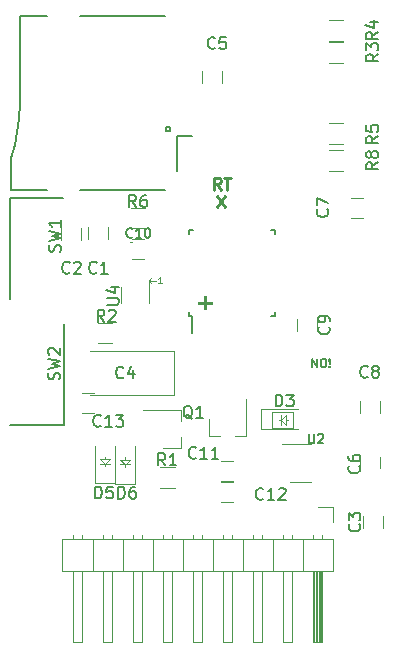
<source format=gbr>
G04 #@! TF.FileFunction,Legend,Top*
%FSLAX46Y46*%
G04 Gerber Fmt 4.6, Leading zero omitted, Abs format (unit mm)*
G04 Created by KiCad (PCBNEW 4.0.4-stable) date 11/23/17 14:52:01*
%MOMM*%
%LPD*%
G01*
G04 APERTURE LIST*
%ADD10C,0.100000*%
%ADD11C,0.250000*%
%ADD12C,0.175000*%
%ADD13C,0.120000*%
%ADD14C,0.150000*%
G04 APERTURE END LIST*
D10*
X128355000Y-62155000D02*
X128165000Y-62155000D01*
X128365000Y-61745000D02*
X128365000Y-62565000D01*
X128365000Y-62565000D02*
X128365000Y-62155000D01*
X128365000Y-62155000D02*
X128765000Y-61755000D01*
X128765000Y-61755000D02*
X128765000Y-62575000D01*
X128765000Y-62575000D02*
X128345000Y-62155000D01*
X128775000Y-62175000D02*
X128975000Y-62175000D01*
X115180000Y-65510000D02*
X115180000Y-65310000D01*
X115580000Y-65520000D02*
X115160000Y-65940000D01*
X114760000Y-65520000D02*
X115580000Y-65520000D01*
X115160000Y-65920000D02*
X114760000Y-65520000D01*
X115570000Y-65920000D02*
X115160000Y-65920000D01*
X114750000Y-65920000D02*
X115570000Y-65920000D01*
X115160000Y-65930000D02*
X115160000Y-66120000D01*
X113450000Y-65890000D02*
X113450000Y-66080000D01*
X117940000Y-50600000D02*
X118240000Y-50600000D01*
X118100000Y-50600000D02*
X117940000Y-50600000D01*
X118100000Y-50080000D02*
X118100000Y-50600000D01*
X117960000Y-50220000D02*
X118100000Y-50080000D01*
X117140000Y-50360000D02*
X117350000Y-50570000D01*
X117340000Y-50160000D02*
X117140000Y-50360000D01*
X117160000Y-50340000D02*
X117340000Y-50160000D01*
X117150000Y-50360000D02*
X117780000Y-50360000D01*
X113040000Y-65880000D02*
X113860000Y-65880000D01*
X113860000Y-65880000D02*
X113450000Y-65880000D01*
X113450000Y-65880000D02*
X113050000Y-65480000D01*
X113050000Y-65480000D02*
X113870000Y-65480000D01*
X113870000Y-65480000D02*
X113450000Y-65900000D01*
X113470000Y-65470000D02*
X113470000Y-65270000D01*
D11*
X122936667Y-43162381D02*
X123603334Y-44162381D01*
X123603334Y-43162381D02*
X122936667Y-44162381D01*
X123248572Y-42662381D02*
X122915238Y-42186190D01*
X122677143Y-42662381D02*
X122677143Y-41662381D01*
X123058096Y-41662381D01*
X123153334Y-41710000D01*
X123200953Y-41757619D01*
X123248572Y-41852857D01*
X123248572Y-41995714D01*
X123200953Y-42090952D01*
X123153334Y-42138571D01*
X123058096Y-42186190D01*
X122677143Y-42186190D01*
X123534286Y-41662381D02*
X124105715Y-41662381D01*
X123820000Y-42662381D02*
X123820000Y-41662381D01*
D12*
X131016668Y-57676667D02*
X131016668Y-56976667D01*
X131416668Y-57676667D01*
X131416668Y-56976667D01*
X131883334Y-56976667D02*
X132016667Y-56976667D01*
X132083334Y-57010000D01*
X132150001Y-57076667D01*
X132183334Y-57210000D01*
X132183334Y-57443333D01*
X132150001Y-57576667D01*
X132083334Y-57643333D01*
X132016667Y-57676667D01*
X131883334Y-57676667D01*
X131816667Y-57643333D01*
X131750001Y-57576667D01*
X131716667Y-57443333D01*
X131716667Y-57210000D01*
X131750001Y-57076667D01*
X131816667Y-57010000D01*
X131883334Y-56976667D01*
X132483334Y-57610000D02*
X132516667Y-57643333D01*
X132483334Y-57676667D01*
X132450000Y-57643333D01*
X132483334Y-57610000D01*
X132483334Y-57676667D01*
X132483334Y-57410000D02*
X132450000Y-57010000D01*
X132483334Y-56976667D01*
X132516667Y-57010000D01*
X132483334Y-57410000D01*
X132483334Y-56976667D01*
D10*
X122000000Y-51690000D02*
X122000000Y-52760000D01*
X121890000Y-51690000D02*
X122000000Y-51690000D01*
X121890000Y-52750000D02*
X121890000Y-51690000D01*
X121800000Y-52750000D02*
X121890000Y-52750000D01*
X121800000Y-51710000D02*
X121800000Y-52750000D01*
X121300000Y-52170000D02*
X122510000Y-52170000D01*
X121320000Y-52260000D02*
X122500000Y-52260000D01*
X122490000Y-52360000D02*
X122490000Y-52240000D01*
X121330000Y-52360000D02*
X122490000Y-52360000D01*
X115770000Y-47130000D02*
X115590000Y-47130000D01*
X127620000Y-61480000D02*
X127620000Y-62870000D01*
X127620000Y-62870000D02*
X129400000Y-62870000D01*
X129400000Y-62870000D02*
X129400000Y-61470000D01*
X127610000Y-61470000D02*
X129400000Y-61470000D01*
D13*
X126650000Y-61240000D02*
X126650000Y-62940000D01*
X126650000Y-62940000D02*
X129800000Y-62940000D01*
X126650000Y-61240000D02*
X129800000Y-61240000D01*
X119860000Y-64510000D02*
X119860000Y-63580000D01*
X119860000Y-61350000D02*
X119860000Y-62280000D01*
X119860000Y-61350000D02*
X116700000Y-61350000D01*
X119860000Y-64510000D02*
X118400000Y-64510000D01*
D14*
X106220000Y-27970000D02*
X106220000Y-35320000D01*
X106220000Y-35320000D02*
X106170000Y-36670000D01*
X106170000Y-36670000D02*
X106020000Y-37820000D01*
X106020000Y-37820000D02*
X105820000Y-38920000D01*
X105820000Y-38920000D02*
X105520000Y-39970000D01*
X119520000Y-38120000D02*
X120820000Y-38120000D01*
X111320000Y-27970000D02*
X118520000Y-27970000D01*
X108520000Y-27970000D02*
X106220000Y-27970000D01*
X105520000Y-39970000D02*
X105520000Y-42670000D01*
X105520000Y-42670000D02*
X108520000Y-42670000D01*
X118520000Y-42670000D02*
X111320000Y-42670000D01*
X118920000Y-37670000D02*
X118920000Y-37370000D01*
X118920000Y-37370000D02*
X118620000Y-37370000D01*
X118620000Y-37370000D02*
X118620000Y-37670000D01*
X118620000Y-37670000D02*
X118920000Y-37670000D01*
X119520000Y-38120000D02*
X119520000Y-41120000D01*
D13*
X113690000Y-46860000D02*
X113690000Y-45860000D01*
X111990000Y-45860000D02*
X111990000Y-46860000D01*
X111450000Y-46890000D02*
X111450000Y-45890000D01*
X109750000Y-45890000D02*
X109750000Y-46890000D01*
X136970000Y-71310000D02*
X136970000Y-70310000D01*
X135270000Y-70310000D02*
X135270000Y-71310000D01*
X121650000Y-32620000D02*
X121650000Y-33620000D01*
X123350000Y-33620000D02*
X123350000Y-32620000D01*
X135070000Y-65260000D02*
X135070000Y-66260000D01*
X136770000Y-66260000D02*
X136770000Y-65260000D01*
X134300000Y-45090000D02*
X135300000Y-45090000D01*
X135300000Y-43390000D02*
X134300000Y-43390000D01*
X135070000Y-60580000D02*
X135070000Y-61580000D01*
X136770000Y-61580000D02*
X136770000Y-60580000D01*
X129670000Y-53590000D02*
X129670000Y-54590000D01*
X131370000Y-54590000D02*
X131370000Y-53590000D01*
X115740000Y-48540000D02*
X116740000Y-48540000D01*
X116740000Y-46840000D02*
X115740000Y-46840000D01*
X119350000Y-67920000D02*
X118150000Y-67920000D01*
X118150000Y-66160000D02*
X119350000Y-66160000D01*
X112850000Y-53930000D02*
X114050000Y-53930000D01*
X114050000Y-55690000D02*
X112850000Y-55690000D01*
X133600000Y-31920000D02*
X132400000Y-31920000D01*
X132400000Y-30160000D02*
X133600000Y-30160000D01*
X133580000Y-30070000D02*
X132380000Y-30070000D01*
X132380000Y-28310000D02*
X133580000Y-28310000D01*
X133620000Y-38820000D02*
X132420000Y-38820000D01*
X132420000Y-37060000D02*
X133620000Y-37060000D01*
X116840000Y-45940000D02*
X115640000Y-45940000D01*
X115640000Y-44180000D02*
X116840000Y-44180000D01*
X129100000Y-67410000D02*
X130900000Y-67410000D01*
X130900000Y-64190000D02*
X128450000Y-64190000D01*
X124310000Y-65630000D02*
X123310000Y-65630000D01*
X123310000Y-67330000D02*
X124310000Y-67330000D01*
X124290000Y-67430000D02*
X123290000Y-67430000D01*
X123290000Y-69130000D02*
X124290000Y-69130000D01*
X112530000Y-59870000D02*
X111530000Y-59870000D01*
X111530000Y-61570000D02*
X112530000Y-61570000D01*
X122250000Y-63550000D02*
X123180000Y-63550000D01*
X125410000Y-63550000D02*
X124480000Y-63550000D01*
X125410000Y-63550000D02*
X125410000Y-60390000D01*
X122250000Y-63550000D02*
X122250000Y-62090000D01*
D14*
X120575000Y-53345000D02*
X120800000Y-53345000D01*
X120575000Y-46095000D02*
X120900000Y-46095000D01*
X127825000Y-46095000D02*
X127500000Y-46095000D01*
X127825000Y-53345000D02*
X127500000Y-53345000D01*
X120575000Y-53345000D02*
X120575000Y-53020000D01*
X127825000Y-53345000D02*
X127825000Y-53020000D01*
X127825000Y-46095000D02*
X127825000Y-46420000D01*
X120575000Y-46095000D02*
X120575000Y-46420000D01*
X120800000Y-53345000D02*
X120800000Y-54770000D01*
D13*
X112610000Y-67540000D02*
X114310000Y-67540000D01*
X114310000Y-67540000D02*
X114310000Y-64390000D01*
X112610000Y-67540000D02*
X112610000Y-64390000D01*
X114300000Y-67550000D02*
X116000000Y-67550000D01*
X116000000Y-67550000D02*
X116000000Y-64400000D01*
X114300000Y-67550000D02*
X114300000Y-64400000D01*
X132390000Y-39300000D02*
X133590000Y-39300000D01*
X133590000Y-41060000D02*
X132390000Y-41060000D01*
D14*
X105430000Y-51950000D02*
X105430000Y-47560000D01*
X105430000Y-47650000D02*
X105430000Y-43350000D01*
X105430000Y-43350000D02*
X109930000Y-43350000D01*
X109950000Y-54020000D02*
X109950000Y-58410000D01*
X109950000Y-58320000D02*
X109950000Y-62620000D01*
X109950000Y-62620000D02*
X105450000Y-62620000D01*
D13*
X132790000Y-72270000D02*
X109810000Y-72270000D01*
X109810000Y-72270000D02*
X109810000Y-74930000D01*
X109810000Y-74930000D02*
X132790000Y-74930000D01*
X132790000Y-74930000D02*
X132790000Y-72270000D01*
X131840000Y-74930000D02*
X131840000Y-80930000D01*
X131840000Y-80930000D02*
X131080000Y-80930000D01*
X131080000Y-80930000D02*
X131080000Y-74930000D01*
X131780000Y-74930000D02*
X131780000Y-80930000D01*
X131660000Y-74930000D02*
X131660000Y-80930000D01*
X131540000Y-74930000D02*
X131540000Y-80930000D01*
X131420000Y-74930000D02*
X131420000Y-80930000D01*
X131300000Y-74930000D02*
X131300000Y-80930000D01*
X131180000Y-74930000D02*
X131180000Y-80930000D01*
X131840000Y-71940000D02*
X131840000Y-72270000D01*
X131080000Y-71940000D02*
X131080000Y-72270000D01*
X130190000Y-72270000D02*
X130190000Y-74930000D01*
X129300000Y-74930000D02*
X129300000Y-80930000D01*
X129300000Y-80930000D02*
X128540000Y-80930000D01*
X128540000Y-80930000D02*
X128540000Y-74930000D01*
X129300000Y-71872929D02*
X129300000Y-72270000D01*
X128540000Y-71872929D02*
X128540000Y-72270000D01*
X127650000Y-72270000D02*
X127650000Y-74930000D01*
X126760000Y-74930000D02*
X126760000Y-80930000D01*
X126760000Y-80930000D02*
X126000000Y-80930000D01*
X126000000Y-80930000D02*
X126000000Y-74930000D01*
X126760000Y-71872929D02*
X126760000Y-72270000D01*
X126000000Y-71872929D02*
X126000000Y-72270000D01*
X125110000Y-72270000D02*
X125110000Y-74930000D01*
X124220000Y-74930000D02*
X124220000Y-80930000D01*
X124220000Y-80930000D02*
X123460000Y-80930000D01*
X123460000Y-80930000D02*
X123460000Y-74930000D01*
X124220000Y-71872929D02*
X124220000Y-72270000D01*
X123460000Y-71872929D02*
X123460000Y-72270000D01*
X122570000Y-72270000D02*
X122570000Y-74930000D01*
X121680000Y-74930000D02*
X121680000Y-80930000D01*
X121680000Y-80930000D02*
X120920000Y-80930000D01*
X120920000Y-80930000D02*
X120920000Y-74930000D01*
X121680000Y-71872929D02*
X121680000Y-72270000D01*
X120920000Y-71872929D02*
X120920000Y-72270000D01*
X120030000Y-72270000D02*
X120030000Y-74930000D01*
X119140000Y-74930000D02*
X119140000Y-80930000D01*
X119140000Y-80930000D02*
X118380000Y-80930000D01*
X118380000Y-80930000D02*
X118380000Y-74930000D01*
X119140000Y-71872929D02*
X119140000Y-72270000D01*
X118380000Y-71872929D02*
X118380000Y-72270000D01*
X117490000Y-72270000D02*
X117490000Y-74930000D01*
X116600000Y-74930000D02*
X116600000Y-80930000D01*
X116600000Y-80930000D02*
X115840000Y-80930000D01*
X115840000Y-80930000D02*
X115840000Y-74930000D01*
X116600000Y-71872929D02*
X116600000Y-72270000D01*
X115840000Y-71872929D02*
X115840000Y-72270000D01*
X114950000Y-72270000D02*
X114950000Y-74930000D01*
X114060000Y-74930000D02*
X114060000Y-80930000D01*
X114060000Y-80930000D02*
X113300000Y-80930000D01*
X113300000Y-80930000D02*
X113300000Y-74930000D01*
X114060000Y-71872929D02*
X114060000Y-72270000D01*
X113300000Y-71872929D02*
X113300000Y-72270000D01*
X112410000Y-72270000D02*
X112410000Y-74930000D01*
X111520000Y-74930000D02*
X111520000Y-80930000D01*
X111520000Y-80930000D02*
X110760000Y-80930000D01*
X110760000Y-80930000D02*
X110760000Y-74930000D01*
X111520000Y-71872929D02*
X111520000Y-72270000D01*
X110760000Y-71872929D02*
X110760000Y-72270000D01*
X131460000Y-69560000D02*
X132730000Y-69560000D01*
X132730000Y-69560000D02*
X132730000Y-70830000D01*
X117140000Y-52290000D02*
X117140000Y-50390000D01*
X114820000Y-50890000D02*
X114820000Y-52290000D01*
X119280000Y-60030000D02*
X112180000Y-60030000D01*
X119280000Y-56330000D02*
X112180000Y-56330000D01*
X119280000Y-60030000D02*
X119280000Y-56330000D01*
D14*
X127901905Y-61012381D02*
X127901905Y-60012381D01*
X128140000Y-60012381D01*
X128282858Y-60060000D01*
X128378096Y-60155238D01*
X128425715Y-60250476D01*
X128473334Y-60440952D01*
X128473334Y-60583810D01*
X128425715Y-60774286D01*
X128378096Y-60869524D01*
X128282858Y-60964762D01*
X128140000Y-61012381D01*
X127901905Y-61012381D01*
X128806667Y-60012381D02*
X129425715Y-60012381D01*
X129092381Y-60393333D01*
X129235239Y-60393333D01*
X129330477Y-60440952D01*
X129378096Y-60488571D01*
X129425715Y-60583810D01*
X129425715Y-60821905D01*
X129378096Y-60917143D01*
X129330477Y-60964762D01*
X129235239Y-61012381D01*
X128949524Y-61012381D01*
X128854286Y-60964762D01*
X128806667Y-60917143D01*
X120844762Y-62067619D02*
X120749524Y-62020000D01*
X120654286Y-61924762D01*
X120511429Y-61781905D01*
X120416190Y-61734286D01*
X120320952Y-61734286D01*
X120368571Y-61972381D02*
X120273333Y-61924762D01*
X120178095Y-61829524D01*
X120130476Y-61639048D01*
X120130476Y-61305714D01*
X120178095Y-61115238D01*
X120273333Y-61020000D01*
X120368571Y-60972381D01*
X120559048Y-60972381D01*
X120654286Y-61020000D01*
X120749524Y-61115238D01*
X120797143Y-61305714D01*
X120797143Y-61639048D01*
X120749524Y-61829524D01*
X120654286Y-61924762D01*
X120559048Y-61972381D01*
X120368571Y-61972381D01*
X121749524Y-61972381D02*
X121178095Y-61972381D01*
X121463809Y-61972381D02*
X121463809Y-60972381D01*
X121368571Y-61115238D01*
X121273333Y-61210476D01*
X121178095Y-61258095D01*
X112733334Y-49677143D02*
X112685715Y-49724762D01*
X112542858Y-49772381D01*
X112447620Y-49772381D01*
X112304762Y-49724762D01*
X112209524Y-49629524D01*
X112161905Y-49534286D01*
X112114286Y-49343810D01*
X112114286Y-49200952D01*
X112161905Y-49010476D01*
X112209524Y-48915238D01*
X112304762Y-48820000D01*
X112447620Y-48772381D01*
X112542858Y-48772381D01*
X112685715Y-48820000D01*
X112733334Y-48867619D01*
X113685715Y-49772381D02*
X113114286Y-49772381D01*
X113400000Y-49772381D02*
X113400000Y-48772381D01*
X113304762Y-48915238D01*
X113209524Y-49010476D01*
X113114286Y-49058095D01*
X110453334Y-49677143D02*
X110405715Y-49724762D01*
X110262858Y-49772381D01*
X110167620Y-49772381D01*
X110024762Y-49724762D01*
X109929524Y-49629524D01*
X109881905Y-49534286D01*
X109834286Y-49343810D01*
X109834286Y-49200952D01*
X109881905Y-49010476D01*
X109929524Y-48915238D01*
X110024762Y-48820000D01*
X110167620Y-48772381D01*
X110262858Y-48772381D01*
X110405715Y-48820000D01*
X110453334Y-48867619D01*
X110834286Y-48867619D02*
X110881905Y-48820000D01*
X110977143Y-48772381D01*
X111215239Y-48772381D01*
X111310477Y-48820000D01*
X111358096Y-48867619D01*
X111405715Y-48962857D01*
X111405715Y-49058095D01*
X111358096Y-49200952D01*
X110786667Y-49772381D01*
X111405715Y-49772381D01*
X134977143Y-70986666D02*
X135024762Y-71034285D01*
X135072381Y-71177142D01*
X135072381Y-71272380D01*
X135024762Y-71415238D01*
X134929524Y-71510476D01*
X134834286Y-71558095D01*
X134643810Y-71605714D01*
X134500952Y-71605714D01*
X134310476Y-71558095D01*
X134215238Y-71510476D01*
X134120000Y-71415238D01*
X134072381Y-71272380D01*
X134072381Y-71177142D01*
X134120000Y-71034285D01*
X134167619Y-70986666D01*
X134072381Y-70653333D02*
X134072381Y-70034285D01*
X134453333Y-70367619D01*
X134453333Y-70224761D01*
X134500952Y-70129523D01*
X134548571Y-70081904D01*
X134643810Y-70034285D01*
X134881905Y-70034285D01*
X134977143Y-70081904D01*
X135024762Y-70129523D01*
X135072381Y-70224761D01*
X135072381Y-70510476D01*
X135024762Y-70605714D01*
X134977143Y-70653333D01*
X122763334Y-30657143D02*
X122715715Y-30704762D01*
X122572858Y-30752381D01*
X122477620Y-30752381D01*
X122334762Y-30704762D01*
X122239524Y-30609524D01*
X122191905Y-30514286D01*
X122144286Y-30323810D01*
X122144286Y-30180952D01*
X122191905Y-29990476D01*
X122239524Y-29895238D01*
X122334762Y-29800000D01*
X122477620Y-29752381D01*
X122572858Y-29752381D01*
X122715715Y-29800000D01*
X122763334Y-29847619D01*
X123668096Y-29752381D02*
X123191905Y-29752381D01*
X123144286Y-30228571D01*
X123191905Y-30180952D01*
X123287143Y-30133333D01*
X123525239Y-30133333D01*
X123620477Y-30180952D01*
X123668096Y-30228571D01*
X123715715Y-30323810D01*
X123715715Y-30561905D01*
X123668096Y-30657143D01*
X123620477Y-30704762D01*
X123525239Y-30752381D01*
X123287143Y-30752381D01*
X123191905Y-30704762D01*
X123144286Y-30657143D01*
X134957143Y-66046666D02*
X135004762Y-66094285D01*
X135052381Y-66237142D01*
X135052381Y-66332380D01*
X135004762Y-66475238D01*
X134909524Y-66570476D01*
X134814286Y-66618095D01*
X134623810Y-66665714D01*
X134480952Y-66665714D01*
X134290476Y-66618095D01*
X134195238Y-66570476D01*
X134100000Y-66475238D01*
X134052381Y-66332380D01*
X134052381Y-66237142D01*
X134100000Y-66094285D01*
X134147619Y-66046666D01*
X134052381Y-65189523D02*
X134052381Y-65380000D01*
X134100000Y-65475238D01*
X134147619Y-65522857D01*
X134290476Y-65618095D01*
X134480952Y-65665714D01*
X134861905Y-65665714D01*
X134957143Y-65618095D01*
X135004762Y-65570476D01*
X135052381Y-65475238D01*
X135052381Y-65284761D01*
X135004762Y-65189523D01*
X134957143Y-65141904D01*
X134861905Y-65094285D01*
X134623810Y-65094285D01*
X134528571Y-65141904D01*
X134480952Y-65189523D01*
X134433333Y-65284761D01*
X134433333Y-65475238D01*
X134480952Y-65570476D01*
X134528571Y-65618095D01*
X134623810Y-65665714D01*
X132277143Y-44336666D02*
X132324762Y-44384285D01*
X132372381Y-44527142D01*
X132372381Y-44622380D01*
X132324762Y-44765238D01*
X132229524Y-44860476D01*
X132134286Y-44908095D01*
X131943810Y-44955714D01*
X131800952Y-44955714D01*
X131610476Y-44908095D01*
X131515238Y-44860476D01*
X131420000Y-44765238D01*
X131372381Y-44622380D01*
X131372381Y-44527142D01*
X131420000Y-44384285D01*
X131467619Y-44336666D01*
X131372381Y-44003333D02*
X131372381Y-43336666D01*
X132372381Y-43765238D01*
X135683334Y-58487143D02*
X135635715Y-58534762D01*
X135492858Y-58582381D01*
X135397620Y-58582381D01*
X135254762Y-58534762D01*
X135159524Y-58439524D01*
X135111905Y-58344286D01*
X135064286Y-58153810D01*
X135064286Y-58010952D01*
X135111905Y-57820476D01*
X135159524Y-57725238D01*
X135254762Y-57630000D01*
X135397620Y-57582381D01*
X135492858Y-57582381D01*
X135635715Y-57630000D01*
X135683334Y-57677619D01*
X136254762Y-58010952D02*
X136159524Y-57963333D01*
X136111905Y-57915714D01*
X136064286Y-57820476D01*
X136064286Y-57772857D01*
X136111905Y-57677619D01*
X136159524Y-57630000D01*
X136254762Y-57582381D01*
X136445239Y-57582381D01*
X136540477Y-57630000D01*
X136588096Y-57677619D01*
X136635715Y-57772857D01*
X136635715Y-57820476D01*
X136588096Y-57915714D01*
X136540477Y-57963333D01*
X136445239Y-58010952D01*
X136254762Y-58010952D01*
X136159524Y-58058571D01*
X136111905Y-58106190D01*
X136064286Y-58201429D01*
X136064286Y-58391905D01*
X136111905Y-58487143D01*
X136159524Y-58534762D01*
X136254762Y-58582381D01*
X136445239Y-58582381D01*
X136540477Y-58534762D01*
X136588096Y-58487143D01*
X136635715Y-58391905D01*
X136635715Y-58201429D01*
X136588096Y-58106190D01*
X136540477Y-58058571D01*
X136445239Y-58010952D01*
X132407143Y-54286666D02*
X132454762Y-54334285D01*
X132502381Y-54477142D01*
X132502381Y-54572380D01*
X132454762Y-54715238D01*
X132359524Y-54810476D01*
X132264286Y-54858095D01*
X132073810Y-54905714D01*
X131930952Y-54905714D01*
X131740476Y-54858095D01*
X131645238Y-54810476D01*
X131550000Y-54715238D01*
X131502381Y-54572380D01*
X131502381Y-54477142D01*
X131550000Y-54334285D01*
X131597619Y-54286666D01*
X132502381Y-53810476D02*
X132502381Y-53620000D01*
X132454762Y-53524761D01*
X132407143Y-53477142D01*
X132264286Y-53381904D01*
X132073810Y-53334285D01*
X131692857Y-53334285D01*
X131597619Y-53381904D01*
X131550000Y-53429523D01*
X131502381Y-53524761D01*
X131502381Y-53715238D01*
X131550000Y-53810476D01*
X131597619Y-53858095D01*
X131692857Y-53905714D01*
X131930952Y-53905714D01*
X132026190Y-53858095D01*
X132073810Y-53810476D01*
X132121429Y-53715238D01*
X132121429Y-53524761D01*
X132073810Y-53429523D01*
X132026190Y-53381904D01*
X131930952Y-53334285D01*
X115765714Y-46645714D02*
X115727619Y-46683810D01*
X115613333Y-46721905D01*
X115537143Y-46721905D01*
X115422857Y-46683810D01*
X115346666Y-46607619D01*
X115308571Y-46531429D01*
X115270476Y-46379048D01*
X115270476Y-46264762D01*
X115308571Y-46112381D01*
X115346666Y-46036190D01*
X115422857Y-45960000D01*
X115537143Y-45921905D01*
X115613333Y-45921905D01*
X115727619Y-45960000D01*
X115765714Y-45998095D01*
X116527619Y-46721905D02*
X116070476Y-46721905D01*
X116299047Y-46721905D02*
X116299047Y-45921905D01*
X116222857Y-46036190D01*
X116146666Y-46112381D01*
X116070476Y-46150476D01*
X117022857Y-45921905D02*
X117099048Y-45921905D01*
X117175238Y-45960000D01*
X117213333Y-45998095D01*
X117251429Y-46074286D01*
X117289524Y-46226667D01*
X117289524Y-46417143D01*
X117251429Y-46569524D01*
X117213333Y-46645714D01*
X117175238Y-46683810D01*
X117099048Y-46721905D01*
X117022857Y-46721905D01*
X116946667Y-46683810D01*
X116908571Y-46645714D01*
X116870476Y-46569524D01*
X116832381Y-46417143D01*
X116832381Y-46226667D01*
X116870476Y-46074286D01*
X116908571Y-45998095D01*
X116946667Y-45960000D01*
X117022857Y-45921905D01*
X118553334Y-66002381D02*
X118220000Y-65526190D01*
X117981905Y-66002381D02*
X117981905Y-65002381D01*
X118362858Y-65002381D01*
X118458096Y-65050000D01*
X118505715Y-65097619D01*
X118553334Y-65192857D01*
X118553334Y-65335714D01*
X118505715Y-65430952D01*
X118458096Y-65478571D01*
X118362858Y-65526190D01*
X117981905Y-65526190D01*
X119505715Y-66002381D02*
X118934286Y-66002381D01*
X119220000Y-66002381D02*
X119220000Y-65002381D01*
X119124762Y-65145238D01*
X119029524Y-65240476D01*
X118934286Y-65288095D01*
X113403334Y-53832381D02*
X113070000Y-53356190D01*
X112831905Y-53832381D02*
X112831905Y-52832381D01*
X113212858Y-52832381D01*
X113308096Y-52880000D01*
X113355715Y-52927619D01*
X113403334Y-53022857D01*
X113403334Y-53165714D01*
X113355715Y-53260952D01*
X113308096Y-53308571D01*
X113212858Y-53356190D01*
X112831905Y-53356190D01*
X113784286Y-52927619D02*
X113831905Y-52880000D01*
X113927143Y-52832381D01*
X114165239Y-52832381D01*
X114260477Y-52880000D01*
X114308096Y-52927619D01*
X114355715Y-53022857D01*
X114355715Y-53118095D01*
X114308096Y-53260952D01*
X113736667Y-53832381D01*
X114355715Y-53832381D01*
X136582381Y-31196666D02*
X136106190Y-31530000D01*
X136582381Y-31768095D02*
X135582381Y-31768095D01*
X135582381Y-31387142D01*
X135630000Y-31291904D01*
X135677619Y-31244285D01*
X135772857Y-31196666D01*
X135915714Y-31196666D01*
X136010952Y-31244285D01*
X136058571Y-31291904D01*
X136106190Y-31387142D01*
X136106190Y-31768095D01*
X135582381Y-30863333D02*
X135582381Y-30244285D01*
X135963333Y-30577619D01*
X135963333Y-30434761D01*
X136010952Y-30339523D01*
X136058571Y-30291904D01*
X136153810Y-30244285D01*
X136391905Y-30244285D01*
X136487143Y-30291904D01*
X136534762Y-30339523D01*
X136582381Y-30434761D01*
X136582381Y-30720476D01*
X136534762Y-30815714D01*
X136487143Y-30863333D01*
X136532381Y-29326666D02*
X136056190Y-29660000D01*
X136532381Y-29898095D02*
X135532381Y-29898095D01*
X135532381Y-29517142D01*
X135580000Y-29421904D01*
X135627619Y-29374285D01*
X135722857Y-29326666D01*
X135865714Y-29326666D01*
X135960952Y-29374285D01*
X136008571Y-29421904D01*
X136056190Y-29517142D01*
X136056190Y-29898095D01*
X135865714Y-28469523D02*
X136532381Y-28469523D01*
X135484762Y-28707619D02*
X136199048Y-28945714D01*
X136199048Y-28326666D01*
X136572381Y-38126666D02*
X136096190Y-38460000D01*
X136572381Y-38698095D02*
X135572381Y-38698095D01*
X135572381Y-38317142D01*
X135620000Y-38221904D01*
X135667619Y-38174285D01*
X135762857Y-38126666D01*
X135905714Y-38126666D01*
X136000952Y-38174285D01*
X136048571Y-38221904D01*
X136096190Y-38317142D01*
X136096190Y-38698095D01*
X135572381Y-37221904D02*
X135572381Y-37698095D01*
X136048571Y-37745714D01*
X136000952Y-37698095D01*
X135953333Y-37602857D01*
X135953333Y-37364761D01*
X136000952Y-37269523D01*
X136048571Y-37221904D01*
X136143810Y-37174285D01*
X136381905Y-37174285D01*
X136477143Y-37221904D01*
X136524762Y-37269523D01*
X136572381Y-37364761D01*
X136572381Y-37602857D01*
X136524762Y-37698095D01*
X136477143Y-37745714D01*
X116073334Y-44132381D02*
X115740000Y-43656190D01*
X115501905Y-44132381D02*
X115501905Y-43132381D01*
X115882858Y-43132381D01*
X115978096Y-43180000D01*
X116025715Y-43227619D01*
X116073334Y-43322857D01*
X116073334Y-43465714D01*
X116025715Y-43560952D01*
X115978096Y-43608571D01*
X115882858Y-43656190D01*
X115501905Y-43656190D01*
X116930477Y-43132381D02*
X116740000Y-43132381D01*
X116644762Y-43180000D01*
X116597143Y-43227619D01*
X116501905Y-43370476D01*
X116454286Y-43560952D01*
X116454286Y-43941905D01*
X116501905Y-44037143D01*
X116549524Y-44084762D01*
X116644762Y-44132381D01*
X116835239Y-44132381D01*
X116930477Y-44084762D01*
X116978096Y-44037143D01*
X117025715Y-43941905D01*
X117025715Y-43703810D01*
X116978096Y-43608571D01*
X116930477Y-43560952D01*
X116835239Y-43513333D01*
X116644762Y-43513333D01*
X116549524Y-43560952D01*
X116501905Y-43608571D01*
X116454286Y-43703810D01*
X130690476Y-63351905D02*
X130690476Y-63999524D01*
X130728571Y-64075714D01*
X130766667Y-64113810D01*
X130842857Y-64151905D01*
X130995238Y-64151905D01*
X131071429Y-64113810D01*
X131109524Y-64075714D01*
X131147619Y-63999524D01*
X131147619Y-63351905D01*
X131490476Y-63428095D02*
X131528571Y-63390000D01*
X131604762Y-63351905D01*
X131795238Y-63351905D01*
X131871428Y-63390000D01*
X131909524Y-63428095D01*
X131947619Y-63504286D01*
X131947619Y-63580476D01*
X131909524Y-63694762D01*
X131452381Y-64151905D01*
X131947619Y-64151905D01*
X121157143Y-65347143D02*
X121109524Y-65394762D01*
X120966667Y-65442381D01*
X120871429Y-65442381D01*
X120728571Y-65394762D01*
X120633333Y-65299524D01*
X120585714Y-65204286D01*
X120538095Y-65013810D01*
X120538095Y-64870952D01*
X120585714Y-64680476D01*
X120633333Y-64585238D01*
X120728571Y-64490000D01*
X120871429Y-64442381D01*
X120966667Y-64442381D01*
X121109524Y-64490000D01*
X121157143Y-64537619D01*
X122109524Y-65442381D02*
X121538095Y-65442381D01*
X121823809Y-65442381D02*
X121823809Y-64442381D01*
X121728571Y-64585238D01*
X121633333Y-64680476D01*
X121538095Y-64728095D01*
X123061905Y-65442381D02*
X122490476Y-65442381D01*
X122776190Y-65442381D02*
X122776190Y-64442381D01*
X122680952Y-64585238D01*
X122585714Y-64680476D01*
X122490476Y-64728095D01*
X126837143Y-68837143D02*
X126789524Y-68884762D01*
X126646667Y-68932381D01*
X126551429Y-68932381D01*
X126408571Y-68884762D01*
X126313333Y-68789524D01*
X126265714Y-68694286D01*
X126218095Y-68503810D01*
X126218095Y-68360952D01*
X126265714Y-68170476D01*
X126313333Y-68075238D01*
X126408571Y-67980000D01*
X126551429Y-67932381D01*
X126646667Y-67932381D01*
X126789524Y-67980000D01*
X126837143Y-68027619D01*
X127789524Y-68932381D02*
X127218095Y-68932381D01*
X127503809Y-68932381D02*
X127503809Y-67932381D01*
X127408571Y-68075238D01*
X127313333Y-68170476D01*
X127218095Y-68218095D01*
X128170476Y-68027619D02*
X128218095Y-67980000D01*
X128313333Y-67932381D01*
X128551429Y-67932381D01*
X128646667Y-67980000D01*
X128694286Y-68027619D01*
X128741905Y-68122857D01*
X128741905Y-68218095D01*
X128694286Y-68360952D01*
X128122857Y-68932381D01*
X128741905Y-68932381D01*
X113087143Y-62637143D02*
X113039524Y-62684762D01*
X112896667Y-62732381D01*
X112801429Y-62732381D01*
X112658571Y-62684762D01*
X112563333Y-62589524D01*
X112515714Y-62494286D01*
X112468095Y-62303810D01*
X112468095Y-62160952D01*
X112515714Y-61970476D01*
X112563333Y-61875238D01*
X112658571Y-61780000D01*
X112801429Y-61732381D01*
X112896667Y-61732381D01*
X113039524Y-61780000D01*
X113087143Y-61827619D01*
X114039524Y-62732381D02*
X113468095Y-62732381D01*
X113753809Y-62732381D02*
X113753809Y-61732381D01*
X113658571Y-61875238D01*
X113563333Y-61970476D01*
X113468095Y-62018095D01*
X114372857Y-61732381D02*
X114991905Y-61732381D01*
X114658571Y-62113333D01*
X114801429Y-62113333D01*
X114896667Y-62160952D01*
X114944286Y-62208571D01*
X114991905Y-62303810D01*
X114991905Y-62541905D01*
X114944286Y-62637143D01*
X114896667Y-62684762D01*
X114801429Y-62732381D01*
X114515714Y-62732381D01*
X114420476Y-62684762D01*
X114372857Y-62637143D01*
X112621905Y-68812381D02*
X112621905Y-67812381D01*
X112860000Y-67812381D01*
X113002858Y-67860000D01*
X113098096Y-67955238D01*
X113145715Y-68050476D01*
X113193334Y-68240952D01*
X113193334Y-68383810D01*
X113145715Y-68574286D01*
X113098096Y-68669524D01*
X113002858Y-68764762D01*
X112860000Y-68812381D01*
X112621905Y-68812381D01*
X114098096Y-67812381D02*
X113621905Y-67812381D01*
X113574286Y-68288571D01*
X113621905Y-68240952D01*
X113717143Y-68193333D01*
X113955239Y-68193333D01*
X114050477Y-68240952D01*
X114098096Y-68288571D01*
X114145715Y-68383810D01*
X114145715Y-68621905D01*
X114098096Y-68717143D01*
X114050477Y-68764762D01*
X113955239Y-68812381D01*
X113717143Y-68812381D01*
X113621905Y-68764762D01*
X113574286Y-68717143D01*
X114571905Y-68822381D02*
X114571905Y-67822381D01*
X114810000Y-67822381D01*
X114952858Y-67870000D01*
X115048096Y-67965238D01*
X115095715Y-68060476D01*
X115143334Y-68250952D01*
X115143334Y-68393810D01*
X115095715Y-68584286D01*
X115048096Y-68679524D01*
X114952858Y-68774762D01*
X114810000Y-68822381D01*
X114571905Y-68822381D01*
X116000477Y-67822381D02*
X115810000Y-67822381D01*
X115714762Y-67870000D01*
X115667143Y-67917619D01*
X115571905Y-68060476D01*
X115524286Y-68250952D01*
X115524286Y-68631905D01*
X115571905Y-68727143D01*
X115619524Y-68774762D01*
X115714762Y-68822381D01*
X115905239Y-68822381D01*
X116000477Y-68774762D01*
X116048096Y-68727143D01*
X116095715Y-68631905D01*
X116095715Y-68393810D01*
X116048096Y-68298571D01*
X116000477Y-68250952D01*
X115905239Y-68203333D01*
X115714762Y-68203333D01*
X115619524Y-68250952D01*
X115571905Y-68298571D01*
X115524286Y-68393810D01*
X136572381Y-40356666D02*
X136096190Y-40690000D01*
X136572381Y-40928095D02*
X135572381Y-40928095D01*
X135572381Y-40547142D01*
X135620000Y-40451904D01*
X135667619Y-40404285D01*
X135762857Y-40356666D01*
X135905714Y-40356666D01*
X136000952Y-40404285D01*
X136048571Y-40451904D01*
X136096190Y-40547142D01*
X136096190Y-40928095D01*
X136000952Y-39785238D02*
X135953333Y-39880476D01*
X135905714Y-39928095D01*
X135810476Y-39975714D01*
X135762857Y-39975714D01*
X135667619Y-39928095D01*
X135620000Y-39880476D01*
X135572381Y-39785238D01*
X135572381Y-39594761D01*
X135620000Y-39499523D01*
X135667619Y-39451904D01*
X135762857Y-39404285D01*
X135810476Y-39404285D01*
X135905714Y-39451904D01*
X135953333Y-39499523D01*
X136000952Y-39594761D01*
X136000952Y-39785238D01*
X136048571Y-39880476D01*
X136096190Y-39928095D01*
X136191429Y-39975714D01*
X136381905Y-39975714D01*
X136477143Y-39928095D01*
X136524762Y-39880476D01*
X136572381Y-39785238D01*
X136572381Y-39594761D01*
X136524762Y-39499523D01*
X136477143Y-39451904D01*
X136381905Y-39404285D01*
X136191429Y-39404285D01*
X136096190Y-39451904D01*
X136048571Y-39499523D01*
X136000952Y-39594761D01*
X109644762Y-47903333D02*
X109692381Y-47760476D01*
X109692381Y-47522380D01*
X109644762Y-47427142D01*
X109597143Y-47379523D01*
X109501905Y-47331904D01*
X109406667Y-47331904D01*
X109311429Y-47379523D01*
X109263810Y-47427142D01*
X109216190Y-47522380D01*
X109168571Y-47712857D01*
X109120952Y-47808095D01*
X109073333Y-47855714D01*
X108978095Y-47903333D01*
X108882857Y-47903333D01*
X108787619Y-47855714D01*
X108740000Y-47808095D01*
X108692381Y-47712857D01*
X108692381Y-47474761D01*
X108740000Y-47331904D01*
X108692381Y-46998571D02*
X109692381Y-46760476D01*
X108978095Y-46569999D01*
X109692381Y-46379523D01*
X108692381Y-46141428D01*
X109692381Y-45236666D02*
X109692381Y-45808095D01*
X109692381Y-45522381D02*
X108692381Y-45522381D01*
X108835238Y-45617619D01*
X108930476Y-45712857D01*
X108978095Y-45808095D01*
X109594762Y-58723333D02*
X109642381Y-58580476D01*
X109642381Y-58342380D01*
X109594762Y-58247142D01*
X109547143Y-58199523D01*
X109451905Y-58151904D01*
X109356667Y-58151904D01*
X109261429Y-58199523D01*
X109213810Y-58247142D01*
X109166190Y-58342380D01*
X109118571Y-58532857D01*
X109070952Y-58628095D01*
X109023333Y-58675714D01*
X108928095Y-58723333D01*
X108832857Y-58723333D01*
X108737619Y-58675714D01*
X108690000Y-58628095D01*
X108642381Y-58532857D01*
X108642381Y-58294761D01*
X108690000Y-58151904D01*
X108642381Y-57818571D02*
X109642381Y-57580476D01*
X108928095Y-57389999D01*
X109642381Y-57199523D01*
X108642381Y-56961428D01*
X108737619Y-56628095D02*
X108690000Y-56580476D01*
X108642381Y-56485238D01*
X108642381Y-56247142D01*
X108690000Y-56151904D01*
X108737619Y-56104285D01*
X108832857Y-56056666D01*
X108928095Y-56056666D01*
X109070952Y-56104285D01*
X109642381Y-56675714D01*
X109642381Y-56056666D01*
X113622381Y-52401905D02*
X114431905Y-52401905D01*
X114527143Y-52354286D01*
X114574762Y-52306667D01*
X114622381Y-52211429D01*
X114622381Y-52020952D01*
X114574762Y-51925714D01*
X114527143Y-51878095D01*
X114431905Y-51830476D01*
X113622381Y-51830476D01*
X113955714Y-50925714D02*
X114622381Y-50925714D01*
X113574762Y-51163810D02*
X114289048Y-51401905D01*
X114289048Y-50782857D01*
X115003334Y-58547143D02*
X114955715Y-58594762D01*
X114812858Y-58642381D01*
X114717620Y-58642381D01*
X114574762Y-58594762D01*
X114479524Y-58499524D01*
X114431905Y-58404286D01*
X114384286Y-58213810D01*
X114384286Y-58070952D01*
X114431905Y-57880476D01*
X114479524Y-57785238D01*
X114574762Y-57690000D01*
X114717620Y-57642381D01*
X114812858Y-57642381D01*
X114955715Y-57690000D01*
X115003334Y-57737619D01*
X115860477Y-57975714D02*
X115860477Y-58642381D01*
X115622381Y-57594762D02*
X115384286Y-58309048D01*
X116003334Y-58309048D01*
M02*

</source>
